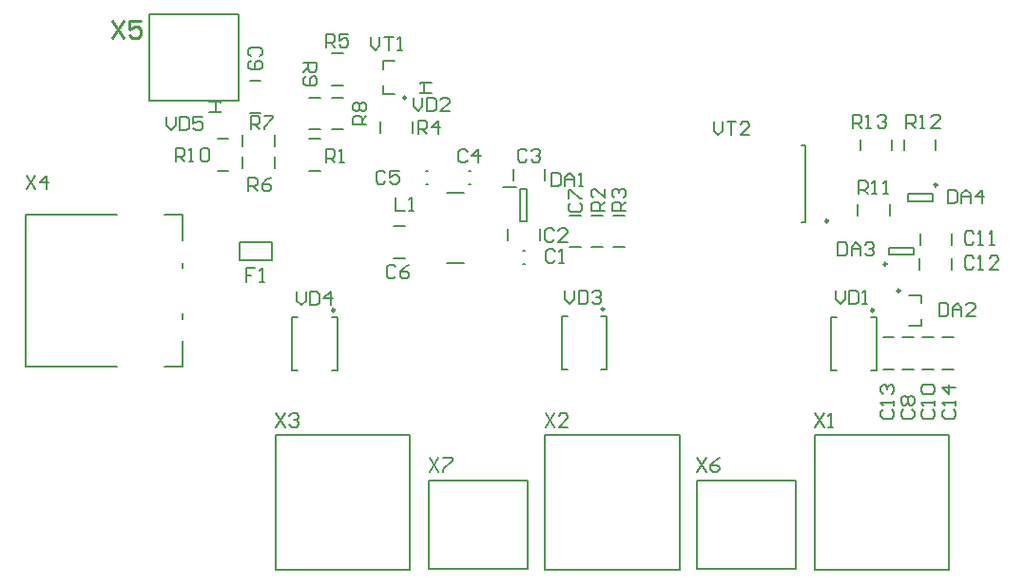
<source format=gto>
G04*
G04 #@! TF.GenerationSoftware,Altium Limited,Altium Designer,23.4.1 (23)*
G04*
G04 Layer_Color=65535*
%FSLAX44Y44*%
%MOMM*%
G71*
G04*
G04 #@! TF.SameCoordinates,92A23485-6767-49A1-8100-D21B0EC4512A*
G04*
G04*
G04 #@! TF.FilePolarity,Positive*
G04*
G01*
G75*
%ADD10C,0.2500*%
%ADD11C,0.1500*%
%ADD12C,0.2000*%
%ADD13C,0.2540*%
D10*
X814250Y344250D02*
G03*
X814250Y344250I-1250J0D01*
G01*
X769250Y273750D02*
G03*
X769250Y273750I-1250J0D01*
G01*
X781250Y250000D02*
G03*
X781250Y250000I-1250J0D01*
G01*
X717250Y312150D02*
G03*
X717250Y312150I-1250J0D01*
G01*
X757750Y232500D02*
G03*
X757750Y232500I-1250J0D01*
G01*
X277750D02*
G03*
X277750Y232500I-1250J0D01*
G01*
X517750Y233500D02*
G03*
X517750Y233500I-1250J0D01*
G01*
X341250Y422000D02*
G03*
X341250Y422000I-1250J0D01*
G01*
D11*
X112650Y419000D02*
X192150D01*
Y496000D01*
X112650D02*
X192150D01*
X112650Y419000D02*
Y496000D01*
X766000Y208150D02*
X776000D01*
X766000Y179650D02*
X776000D01*
X798750Y269000D02*
Y279000D01*
X827250Y269000D02*
Y279000D01*
X819000Y208250D02*
X829000D01*
X819000Y179750D02*
X829000D01*
X774250Y375000D02*
Y385000D01*
X745750Y375000D02*
Y385000D01*
X813250Y375000D02*
Y385000D01*
X784750Y375000D02*
Y385000D01*
X798950Y291000D02*
Y301000D01*
X827450Y291000D02*
Y301000D01*
X801000Y208250D02*
X811000D01*
X801000Y179750D02*
X811000D01*
X783000Y208250D02*
X793000D01*
X783000Y179750D02*
X793000D01*
X772250Y317000D02*
Y327000D01*
X743750Y317000D02*
Y327000D01*
X193500Y277000D02*
X221500D01*
X193500D02*
Y293000D01*
X221500D01*
Y277000D02*
Y293000D01*
X526000Y288750D02*
X536000D01*
X526000Y317250D02*
X536000D01*
X330000Y307250D02*
X340000D01*
X330000Y278750D02*
X340000D01*
X202000Y437150D02*
X212000D01*
X202000Y408650D02*
X212000D01*
X175900Y417750D02*
Y418750D01*
Y409250D02*
Y410250D01*
X165900Y409250D02*
X175900D01*
X165900Y418750D02*
X175900D01*
X172150Y409250D02*
Y418750D01*
X275000Y461350D02*
X285000D01*
X275000Y432850D02*
X285000D01*
X255000Y385350D02*
X265000D01*
X255000Y356850D02*
X265000D01*
X318650Y390500D02*
Y400500D01*
X347150Y390500D02*
Y400500D01*
X173229Y356982D02*
X183229D01*
X173229Y385482D02*
X183229D01*
X195750Y359000D02*
Y369000D01*
X224250Y359000D02*
Y369000D01*
Y379000D02*
Y389000D01*
X195750Y379000D02*
Y389000D01*
X275000Y422250D02*
X285000D01*
X275000Y393750D02*
X285000D01*
X255000Y422250D02*
X265000D01*
X255000Y393750D02*
X265000D01*
X506500Y317250D02*
X516500D01*
X506500Y288750D02*
X516500D01*
X465250Y348000D02*
Y358000D01*
X436750Y348000D02*
Y358000D01*
X377500Y337500D02*
X392500D01*
X377500Y274500D02*
X392500D01*
X2202Y182500D02*
Y317500D01*
X126000D02*
X142202D01*
X126000Y182500D02*
X142202D01*
X2500D02*
X84000D01*
X2500Y317500D02*
X84000D01*
X142500Y297500D02*
Y317500D01*
Y295000D02*
Y297500D01*
Y182500D02*
Y205000D01*
Y225000D02*
Y230000D01*
Y270000D02*
Y275000D01*
X354000Y426250D02*
Y427250D01*
Y434750D02*
Y435750D01*
Y435750D02*
X364000D01*
X354000Y426250D02*
X364000D01*
X357750Y426250D02*
Y435750D01*
X460250Y295000D02*
Y305000D01*
X431750Y295000D02*
Y305000D01*
X487000Y288750D02*
X497000D01*
X487000Y317250D02*
X497000D01*
X821001Y144002D02*
X819002Y142003D01*
Y138004D01*
X821001Y136005D01*
X828999D01*
X830998Y138004D01*
Y142003D01*
X828999Y144002D01*
X830998Y148001D02*
Y152000D01*
Y150000D01*
X819002D01*
X821001Y148001D01*
X830998Y163996D02*
X819002D01*
X825000Y157998D01*
Y165995D01*
X766001Y144002D02*
X764002Y142003D01*
Y138004D01*
X766001Y136005D01*
X773999D01*
X775998Y138004D01*
Y142003D01*
X773999Y144002D01*
X775998Y148001D02*
Y152000D01*
Y150000D01*
X764002D01*
X766001Y148001D01*
Y157998D02*
X764002Y159997D01*
Y163996D01*
X766001Y165995D01*
X768001D01*
X770000Y163996D01*
Y161996D01*
Y163996D01*
X771999Y165995D01*
X773999D01*
X775998Y163996D01*
Y159997D01*
X773999Y157998D01*
X847002Y278999D02*
X845003Y280998D01*
X841004D01*
X839005Y278999D01*
Y271001D01*
X841004Y269002D01*
X845003D01*
X847002Y271001D01*
X851001Y269002D02*
X855000D01*
X853000D01*
Y280998D01*
X851001Y278999D01*
X868995Y269002D02*
X860998D01*
X868995Y276999D01*
Y278999D01*
X866996Y280998D01*
X862997D01*
X860998Y278999D01*
X615188Y400616D02*
Y392619D01*
X619187Y388620D01*
X623185Y392619D01*
Y400616D01*
X627184D02*
X635182D01*
X631183D01*
Y388620D01*
X647178D02*
X639180D01*
X647178Y396617D01*
Y398617D01*
X645178Y400616D01*
X641180D01*
X639180Y398617D01*
X787005Y395002D02*
Y406998D01*
X793003D01*
X795002Y404999D01*
Y401000D01*
X793003Y399001D01*
X787005D01*
X791003D02*
X795002Y395002D01*
X799001D02*
X803000D01*
X801000D01*
Y406998D01*
X799001Y404999D01*
X816995Y395002D02*
X808998D01*
X816995Y402999D01*
Y404999D01*
X814996Y406998D01*
X810997D01*
X808998Y404999D01*
X739105Y395002D02*
Y406998D01*
X745103D01*
X747102Y404999D01*
Y401000D01*
X745103Y399001D01*
X739105D01*
X743104D02*
X747102Y395002D01*
X751101D02*
X755100D01*
X753100D01*
Y406998D01*
X751101Y404999D01*
X761098D02*
X763097Y406998D01*
X767096D01*
X769095Y404999D01*
Y402999D01*
X767096Y401000D01*
X765097D01*
X767096D01*
X769095Y399001D01*
Y397001D01*
X767096Y395002D01*
X763097D01*
X761098Y397001D01*
X824005Y339998D02*
Y328002D01*
X830003D01*
X832003Y330001D01*
Y337999D01*
X830003Y339998D01*
X824005D01*
X836001Y328002D02*
Y335999D01*
X840000Y339998D01*
X843999Y335999D01*
Y328002D01*
Y334000D01*
X836001D01*
X853996Y328002D02*
Y339998D01*
X847997Y334000D01*
X855995D01*
X744474Y336042D02*
Y348038D01*
X750472D01*
X752471Y346039D01*
Y342040D01*
X750472Y340041D01*
X744474D01*
X748473D02*
X752471Y336042D01*
X756470D02*
X760469D01*
X758469D01*
Y348038D01*
X756470Y346039D01*
X766467Y336042D02*
X770466D01*
X768466D01*
Y348038D01*
X766467Y346039D01*
X726005Y292998D02*
Y281002D01*
X732003D01*
X734003Y283001D01*
Y290999D01*
X732003Y292998D01*
X726005D01*
X738001Y281002D02*
Y288999D01*
X742000Y292998D01*
X745999Y288999D01*
Y281002D01*
Y287000D01*
X738001D01*
X749997Y290999D02*
X751997Y292998D01*
X755995D01*
X757995Y290999D01*
Y288999D01*
X755995Y287000D01*
X753996D01*
X755995D01*
X757995Y285001D01*
Y283001D01*
X755995Y281002D01*
X751997D01*
X749997Y283001D01*
X816005Y238998D02*
Y227002D01*
X822003D01*
X824003Y229001D01*
Y236999D01*
X822003Y238998D01*
X816005D01*
X828001Y227002D02*
Y234999D01*
X832000Y238998D01*
X835999Y234999D01*
Y227002D01*
Y233000D01*
X828001D01*
X847995Y227002D02*
X839997D01*
X847995Y234999D01*
Y236999D01*
X845995Y238998D01*
X841997D01*
X839997Y236999D01*
X847002Y300999D02*
X845002Y302998D01*
X841004D01*
X839004Y300999D01*
Y293001D01*
X841004Y291002D01*
X845002D01*
X847002Y293001D01*
X851000Y291002D02*
X854999D01*
X853000D01*
Y302998D01*
X851000Y300999D01*
X860997Y291002D02*
X864996D01*
X862997D01*
Y302998D01*
X860997Y300999D01*
X802001Y144002D02*
X800002Y142003D01*
Y138004D01*
X802001Y136005D01*
X809999D01*
X811998Y138004D01*
Y142003D01*
X809999Y144002D01*
X811998Y148001D02*
Y152000D01*
Y150000D01*
X800002D01*
X802001Y148001D01*
Y157998D02*
X800002Y159997D01*
Y163996D01*
X802001Y165995D01*
X809999D01*
X811998Y163996D01*
Y159997D01*
X809999Y157998D01*
X802001D01*
X784001Y144001D02*
X782002Y142001D01*
Y138003D01*
X784001Y136003D01*
X791999D01*
X793998Y138003D01*
Y142001D01*
X791999Y144001D01*
X784001Y147999D02*
X782002Y149999D01*
Y153997D01*
X784001Y155997D01*
X786001D01*
X788000Y153997D01*
X789999Y155997D01*
X791999D01*
X793998Y153997D01*
Y149999D01*
X791999Y147999D01*
X789999D01*
X788000Y149999D01*
X786001Y147999D01*
X784001D01*
X788000Y149999D02*
Y153997D01*
X362458Y100642D02*
X370455Y88646D01*
Y100642D02*
X362458Y88646D01*
X374454Y100642D02*
X382452D01*
Y98643D01*
X374454Y90645D01*
Y88646D01*
X600456Y100642D02*
X608453Y88646D01*
Y100642D02*
X600456Y88646D01*
X620449Y100642D02*
X616451Y98643D01*
X612452Y94644D01*
Y90645D01*
X614451Y88646D01*
X618450D01*
X620449Y90645D01*
Y92645D01*
X618450Y94644D01*
X612452D01*
X309880Y476308D02*
Y468311D01*
X313879Y464312D01*
X317877Y468311D01*
Y476308D01*
X321876D02*
X329874D01*
X325875D01*
Y464312D01*
X333872D02*
X337871D01*
X335872D01*
Y476308D01*
X333872Y474309D01*
X128005Y404998D02*
Y397001D01*
X132004Y393002D01*
X136003Y397001D01*
Y404998D01*
X140001D02*
Y393002D01*
X145999D01*
X147999Y395001D01*
Y402999D01*
X145999Y404998D01*
X140001D01*
X159995D02*
X151997D01*
Y399000D01*
X155996Y400999D01*
X157996D01*
X159995Y399000D01*
Y395001D01*
X157996Y393002D01*
X153997D01*
X151997Y395001D01*
X136005Y365002D02*
Y376998D01*
X142003D01*
X144002Y374999D01*
Y371000D01*
X142003Y369001D01*
X136005D01*
X140004D02*
X144002Y365002D01*
X148001D02*
X152000D01*
X150000D01*
Y376998D01*
X148001Y374999D01*
X157998D02*
X159997Y376998D01*
X163996D01*
X165995Y374999D01*
Y367001D01*
X163996Y365002D01*
X159997D01*
X157998Y367001D01*
Y374999D01*
X250002Y452997D02*
X261998D01*
Y446999D01*
X259999Y444999D01*
X256000D01*
X254001Y446999D01*
Y452997D01*
Y448998D02*
X250002Y444999D01*
X252001Y441001D02*
X250002Y439001D01*
Y435003D01*
X252001Y433003D01*
X259999D01*
X261998Y435003D01*
Y439001D01*
X259999Y441001D01*
X257999D01*
X256000Y439001D01*
Y433003D01*
X305998Y398003D02*
X294002D01*
Y404001D01*
X296001Y406001D01*
X300000D01*
X301999Y404001D01*
Y398003D01*
Y402002D02*
X305998Y406001D01*
X296001Y409999D02*
X294002Y411999D01*
Y415997D01*
X296001Y417997D01*
X298001D01*
X300000Y415997D01*
X301999Y417997D01*
X303999D01*
X305998Y415997D01*
Y411999D01*
X303999Y409999D01*
X301999D01*
X300000Y411999D01*
X298001Y409999D01*
X296001D01*
X300000Y411999D02*
Y415997D01*
X203003Y394002D02*
Y405998D01*
X209001D01*
X211001Y403999D01*
Y400000D01*
X209001Y398001D01*
X203003D01*
X207002D02*
X211001Y394002D01*
X214999Y405998D02*
X222997D01*
Y403999D01*
X214999Y396001D01*
Y394002D01*
X201003Y339002D02*
Y350998D01*
X207001D01*
X209001Y348999D01*
Y345000D01*
X207001Y343001D01*
X201003D01*
X205002D02*
X209001Y339002D01*
X220997Y350998D02*
X216998Y348999D01*
X212999Y345000D01*
Y341001D01*
X214999Y339002D01*
X218997D01*
X220997Y341001D01*
Y343001D01*
X218997Y345000D01*
X212999D01*
X270003Y467002D02*
Y478998D01*
X276001D01*
X278001Y476999D01*
Y473000D01*
X276001Y471001D01*
X270003D01*
X274002D02*
X278001Y467002D01*
X289997Y478998D02*
X281999D01*
Y473000D01*
X285998Y474999D01*
X287997D01*
X289997Y473000D01*
Y469001D01*
X287997Y467002D01*
X283999D01*
X281999Y469001D01*
X352003Y390002D02*
Y401998D01*
X358001D01*
X360001Y399999D01*
Y396000D01*
X358001Y394001D01*
X352003D01*
X356002D02*
X360001Y390002D01*
X369997D02*
Y401998D01*
X363999Y396000D01*
X371997D01*
X210999Y458899D02*
X212998Y460899D01*
Y464897D01*
X210999Y466897D01*
X203001D01*
X201002Y464897D01*
Y460899D01*
X203001Y458899D01*
Y454901D02*
X201002Y452901D01*
Y448903D01*
X203001Y446903D01*
X210999D01*
X212998Y448903D01*
Y452901D01*
X210999Y454901D01*
X208999D01*
X207000Y452901D01*
Y446903D01*
X225552Y140520D02*
X233549Y128524D01*
Y140520D02*
X225552Y128524D01*
X237548Y138521D02*
X239548Y140520D01*
X243546D01*
X245546Y138521D01*
Y136521D01*
X243546Y134522D01*
X241547D01*
X243546D01*
X245546Y132523D01*
Y130523D01*
X243546Y128524D01*
X239548D01*
X237548Y130523D01*
X465582Y140520D02*
X473579Y128524D01*
Y140520D02*
X465582Y128524D01*
X485575D02*
X477578D01*
X485575Y136521D01*
Y138521D01*
X483576Y140520D01*
X479577D01*
X477578Y138521D01*
X705612Y140520D02*
X713609Y128524D01*
Y140520D02*
X705612Y128524D01*
X717608D02*
X721607D01*
X719607D01*
Y140520D01*
X717608Y138521D01*
X244005Y248998D02*
Y241001D01*
X248004Y237002D01*
X252003Y241001D01*
Y248998D01*
X256001D02*
Y237002D01*
X261999D01*
X263999Y239001D01*
Y246999D01*
X261999Y248998D01*
X256001D01*
X273995Y237002D02*
Y248998D01*
X267997Y243000D01*
X275995D01*
X483005Y249998D02*
Y242001D01*
X487004Y238002D01*
X491003Y242001D01*
Y249998D01*
X495001D02*
Y238002D01*
X500999D01*
X502999Y240001D01*
Y247999D01*
X500999Y249998D01*
X495001D01*
X506997Y247999D02*
X508997Y249998D01*
X512995D01*
X514995Y247999D01*
Y245999D01*
X512995Y244000D01*
X510996D01*
X512995D01*
X514995Y242001D01*
Y240001D01*
X512995Y238002D01*
X508997D01*
X506997Y240001D01*
X348005Y421998D02*
Y414001D01*
X352004Y410002D01*
X356003Y414001D01*
Y421998D01*
X360001D02*
Y410002D01*
X365999D01*
X367999Y412001D01*
Y419999D01*
X365999Y421998D01*
X360001D01*
X379995Y410002D02*
X371997D01*
X379995Y417999D01*
Y419999D01*
X377995Y421998D01*
X373997D01*
X371997Y419999D01*
X724005Y249998D02*
Y242001D01*
X728003Y238002D01*
X732002Y242001D01*
Y249998D01*
X736001D02*
Y238002D01*
X741999D01*
X743998Y240001D01*
Y247999D01*
X741999Y249998D01*
X736001D01*
X747997Y238002D02*
X751995D01*
X749996D01*
Y249998D01*
X747997Y247999D01*
X471004Y354998D02*
Y343002D01*
X477003D01*
X479002Y345001D01*
Y352999D01*
X477003Y354998D01*
X471004D01*
X483001Y343002D02*
Y350999D01*
X486999Y354998D01*
X490998Y350999D01*
Y343002D01*
Y349000D01*
X483001D01*
X494997Y343002D02*
X498996D01*
X496996D01*
Y354998D01*
X494997Y352999D01*
X332001Y270999D02*
X330001Y272998D01*
X326003D01*
X324003Y270999D01*
Y263001D01*
X326003Y261002D01*
X330001D01*
X332001Y263001D01*
X343997Y272998D02*
X339998Y270999D01*
X335999Y267000D01*
Y263001D01*
X337999Y261002D01*
X341997D01*
X343997Y263001D01*
Y265001D01*
X341997Y267000D01*
X335999D01*
X473001Y303499D02*
X471001Y305498D01*
X467003D01*
X465003Y303499D01*
Y295501D01*
X467003Y293502D01*
X471001D01*
X473001Y295501D01*
X484997Y293502D02*
X476999D01*
X484997Y301499D01*
Y303499D01*
X482997Y305498D01*
X478999D01*
X476999Y303499D01*
X474000Y284999D02*
X472001Y286998D01*
X468002D01*
X466003Y284999D01*
Y277001D01*
X468002Y275002D01*
X472001D01*
X474000Y277001D01*
X477999Y275002D02*
X481997D01*
X479998D01*
Y286998D01*
X477999Y284999D01*
X3048Y352356D02*
X11045Y340360D01*
Y352356D02*
X3048Y340360D01*
X21042D02*
Y352356D01*
X15044Y346358D01*
X23042D01*
X536998Y321003D02*
X525002D01*
Y327001D01*
X527001Y329001D01*
X531000D01*
X532999Y327001D01*
Y321003D01*
Y325002D02*
X536998Y329001D01*
X527001Y332999D02*
X525002Y334999D01*
Y338997D01*
X527001Y340997D01*
X529001D01*
X531000Y338997D01*
Y336998D01*
Y338997D01*
X532999Y340997D01*
X534999D01*
X536998Y338997D01*
Y334999D01*
X534999Y332999D01*
X517998Y321003D02*
X506002D01*
Y327001D01*
X508001Y329001D01*
X512000D01*
X513999Y327001D01*
Y321003D01*
Y325002D02*
X517998Y329001D01*
Y340997D02*
Y332999D01*
X510001Y340997D01*
X508001D01*
X506002Y338997D01*
Y334999D01*
X508001Y332999D01*
X270003Y364102D02*
Y376098D01*
X276001D01*
X278000Y374099D01*
Y370100D01*
X276001Y368101D01*
X270003D01*
X274001D02*
X278000Y364102D01*
X281999D02*
X285997D01*
X283998D01*
Y376098D01*
X281999Y374099D01*
X332003Y332998D02*
Y321002D01*
X340000D01*
X343999D02*
X347997D01*
X345998D01*
Y332998D01*
X343999Y330999D01*
X207000Y269998D02*
X199003D01*
Y264000D01*
X203001D01*
X199003D01*
Y258002D01*
X210999D02*
X214997D01*
X212998D01*
Y269998D01*
X210999Y267999D01*
X488001Y328001D02*
X486002Y326001D01*
Y322003D01*
X488001Y320003D01*
X495999D01*
X497998Y322003D01*
Y326001D01*
X495999Y328001D01*
X486002Y331999D02*
Y339997D01*
X488001D01*
X495999Y331999D01*
X497998D01*
X323001Y354999D02*
X321001Y356998D01*
X317003D01*
X315003Y354999D01*
Y347001D01*
X317003Y345002D01*
X321001D01*
X323001Y347001D01*
X334997Y356998D02*
X326999D01*
Y351000D01*
X330998Y352999D01*
X332997D01*
X334997Y351000D01*
Y347001D01*
X332997Y345002D01*
X328999D01*
X326999Y347001D01*
X396001Y373999D02*
X394001Y375998D01*
X390003D01*
X388003Y373999D01*
Y366001D01*
X390003Y364002D01*
X394001D01*
X396001Y366001D01*
X405997Y364002D02*
Y375998D01*
X399999Y370000D01*
X407997D01*
X449001Y374499D02*
X447001Y376498D01*
X443003D01*
X441003Y374499D01*
Y366501D01*
X443003Y364502D01*
X447001D01*
X449001Y366501D01*
X452999Y374499D02*
X454999Y376498D01*
X458997D01*
X460997Y374499D01*
Y372499D01*
X458997Y370500D01*
X456998D01*
X458997D01*
X460997Y368501D01*
Y366501D01*
X458997Y364502D01*
X454999D01*
X452999Y366501D01*
D12*
X788000Y330000D02*
X810000D01*
X788000Y336000D02*
X810000D01*
X788000Y330000D02*
Y336000D01*
X810000Y330000D02*
Y336000D01*
X771000Y288000D02*
X793000D01*
X771000Y282000D02*
X793000D01*
Y288000D01*
X771000Y282000D02*
Y288000D01*
X800500Y218500D02*
Y225000D01*
X789500Y218500D02*
X800500D01*
Y239000D02*
Y245500D01*
X789500D02*
X800500D01*
X693500Y379200D02*
X697000D01*
Y311200D02*
Y379200D01*
X693500Y311200D02*
X697000D01*
X450000Y2000D02*
Y81000D01*
X362000Y2000D02*
X450000D01*
X362000Y81000D02*
X450000D01*
X362000Y2000D02*
Y81000D01*
X465000Y1001D02*
Y121001D01*
X585000D01*
Y1001D02*
Y121001D01*
Y1001D02*
X585001Y1000D01*
X465001D02*
X585001D01*
X465000Y1001D02*
X465001Y1000D01*
X688000Y2000D02*
Y81000D01*
X600000Y2000D02*
X688000D01*
X600000Y81000D02*
X688000D01*
X600000Y2000D02*
Y81000D01*
X705000Y1001D02*
Y121001D01*
X825000D01*
Y1001D02*
Y121001D01*
Y1001D02*
X825001Y1000D01*
X705001D02*
X825001D01*
X705000Y1001D02*
X705001Y1000D01*
X359000Y357000D02*
X361000D01*
X359000Y345000D02*
X361000D01*
X720000Y179000D02*
X725000D01*
X720000Y226000D02*
X725000D01*
X755000Y179000D02*
X760000D01*
X755000Y226000D02*
X760000D01*
X720000Y179000D02*
Y226000D01*
X760000Y179000D02*
Y226000D01*
X280000Y179000D02*
Y226000D01*
X240000Y179000D02*
Y226000D01*
X275000D02*
X280000D01*
X275000Y179000D02*
X280000D01*
X240000Y226000D02*
X245000D01*
X240000Y179000D02*
X245000D01*
X480000Y180000D02*
X485000D01*
X480000Y227000D02*
X485000D01*
X515000Y180000D02*
X520000D01*
X515000Y227000D02*
X520000D01*
X480000Y180000D02*
Y227000D01*
X520000Y180000D02*
Y227000D01*
X427250Y342000D02*
X439750D01*
X443250Y311500D02*
Y340500D01*
Y311500D02*
X448750D01*
Y340500D01*
X443250D02*
X448750D01*
X397000Y357000D02*
X399000D01*
X397000Y345000D02*
X399000D01*
X321000Y425000D02*
X331000D01*
X321000D02*
Y433000D01*
Y455000D02*
X331000D01*
X321000Y447000D02*
Y455000D01*
X445000Y274000D02*
X447000D01*
X445000Y286000D02*
X447000D01*
X225000Y1000D02*
Y121000D01*
X345000D01*
Y1000D02*
Y121000D01*
Y1000D02*
X345001Y999D01*
X225001D02*
X345001D01*
X225000Y1000D02*
X225001Y999D01*
D13*
X79304Y490617D02*
X89461Y475382D01*
Y490617D02*
X79304Y475382D01*
X104696Y490617D02*
X94539D01*
Y483000D01*
X99618Y485539D01*
X102157D01*
X104696Y483000D01*
Y477922D01*
X102157Y475382D01*
X97078D01*
X94539Y477922D01*
M02*

</source>
